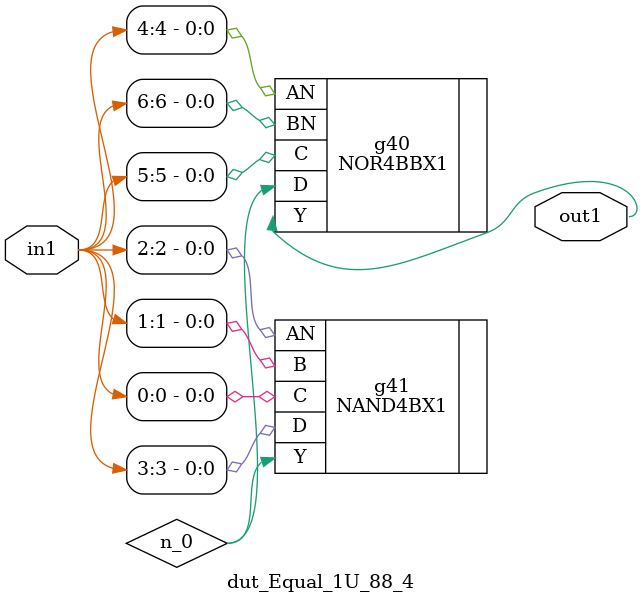
<source format=v>
`timescale 1ps / 1ps


module dut_Equal_1U_88_4(in1, out1);
  input [6:0] in1;
  output out1;
  wire [6:0] in1;
  wire out1;
  wire n_0;
  NOR4BBX1 g40(.AN (in1[4]), .BN (in1[6]), .C (in1[5]), .D (n_0), .Y
       (out1));
  NAND4BX1 g41(.AN (in1[2]), .B (in1[1]), .C (in1[0]), .D (in1[3]), .Y
       (n_0));
endmodule



</source>
